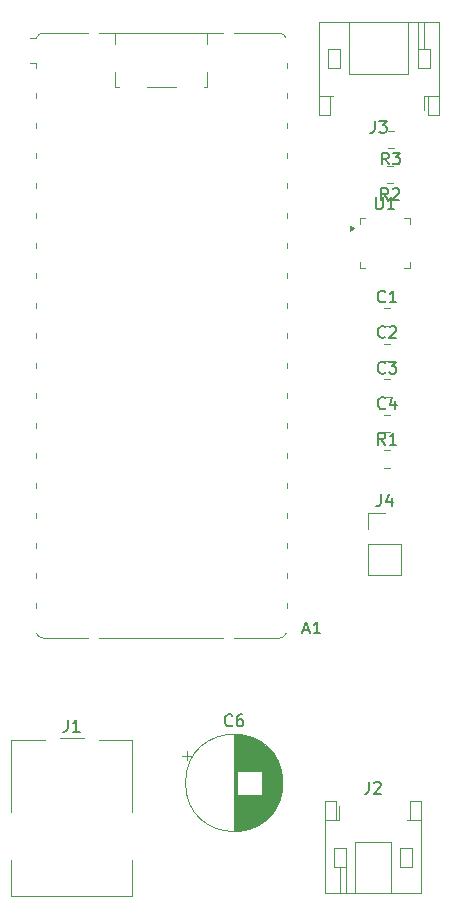
<source format=gbr>
%TF.GenerationSoftware,KiCad,Pcbnew,9.0.6-9.0.6~ubuntu22.04.1*%
%TF.CreationDate,2025-11-25T00:54:21+02:00*%
%TF.ProjectId,pico,7069636f-2e6b-4696-9361-645f70636258,1*%
%TF.SameCoordinates,Original*%
%TF.FileFunction,Legend,Top*%
%TF.FilePolarity,Positive*%
%FSLAX46Y46*%
G04 Gerber Fmt 4.6, Leading zero omitted, Abs format (unit mm)*
G04 Created by KiCad (PCBNEW 9.0.6-9.0.6~ubuntu22.04.1) date 2025-11-25 00:54:21*
%MOMM*%
%LPD*%
G01*
G04 APERTURE LIST*
%ADD10C,0.150000*%
%ADD11C,0.120000*%
G04 APERTURE END LIST*
D10*
X121083333Y-110109580D02*
X121035714Y-110157200D01*
X121035714Y-110157200D02*
X120892857Y-110204819D01*
X120892857Y-110204819D02*
X120797619Y-110204819D01*
X120797619Y-110204819D02*
X120654762Y-110157200D01*
X120654762Y-110157200D02*
X120559524Y-110061961D01*
X120559524Y-110061961D02*
X120511905Y-109966723D01*
X120511905Y-109966723D02*
X120464286Y-109776247D01*
X120464286Y-109776247D02*
X120464286Y-109633390D01*
X120464286Y-109633390D02*
X120511905Y-109442914D01*
X120511905Y-109442914D02*
X120559524Y-109347676D01*
X120559524Y-109347676D02*
X120654762Y-109252438D01*
X120654762Y-109252438D02*
X120797619Y-109204819D01*
X120797619Y-109204819D02*
X120892857Y-109204819D01*
X120892857Y-109204819D02*
X121035714Y-109252438D01*
X121035714Y-109252438D02*
X121083333Y-109300057D01*
X121940476Y-109204819D02*
X121750000Y-109204819D01*
X121750000Y-109204819D02*
X121654762Y-109252438D01*
X121654762Y-109252438D02*
X121607143Y-109300057D01*
X121607143Y-109300057D02*
X121511905Y-109442914D01*
X121511905Y-109442914D02*
X121464286Y-109633390D01*
X121464286Y-109633390D02*
X121464286Y-110014342D01*
X121464286Y-110014342D02*
X121511905Y-110109580D01*
X121511905Y-110109580D02*
X121559524Y-110157200D01*
X121559524Y-110157200D02*
X121654762Y-110204819D01*
X121654762Y-110204819D02*
X121845238Y-110204819D01*
X121845238Y-110204819D02*
X121940476Y-110157200D01*
X121940476Y-110157200D02*
X121988095Y-110109580D01*
X121988095Y-110109580D02*
X122035714Y-110014342D01*
X122035714Y-110014342D02*
X122035714Y-109776247D01*
X122035714Y-109776247D02*
X121988095Y-109681009D01*
X121988095Y-109681009D02*
X121940476Y-109633390D01*
X121940476Y-109633390D02*
X121845238Y-109585771D01*
X121845238Y-109585771D02*
X121654762Y-109585771D01*
X121654762Y-109585771D02*
X121559524Y-109633390D01*
X121559524Y-109633390D02*
X121511905Y-109681009D01*
X121511905Y-109681009D02*
X121464286Y-109776247D01*
X133666666Y-90574819D02*
X133666666Y-91289104D01*
X133666666Y-91289104D02*
X133619047Y-91431961D01*
X133619047Y-91431961D02*
X133523809Y-91527200D01*
X133523809Y-91527200D02*
X133380952Y-91574819D01*
X133380952Y-91574819D02*
X133285714Y-91574819D01*
X134571428Y-90908152D02*
X134571428Y-91574819D01*
X134333333Y-90527200D02*
X134095238Y-91241485D01*
X134095238Y-91241485D02*
X134714285Y-91241485D01*
X134333333Y-62634819D02*
X134000000Y-62158628D01*
X133761905Y-62634819D02*
X133761905Y-61634819D01*
X133761905Y-61634819D02*
X134142857Y-61634819D01*
X134142857Y-61634819D02*
X134238095Y-61682438D01*
X134238095Y-61682438D02*
X134285714Y-61730057D01*
X134285714Y-61730057D02*
X134333333Y-61825295D01*
X134333333Y-61825295D02*
X134333333Y-61968152D01*
X134333333Y-61968152D02*
X134285714Y-62063390D01*
X134285714Y-62063390D02*
X134238095Y-62111009D01*
X134238095Y-62111009D02*
X134142857Y-62158628D01*
X134142857Y-62158628D02*
X133761905Y-62158628D01*
X134666667Y-61634819D02*
X135285714Y-61634819D01*
X135285714Y-61634819D02*
X134952381Y-62015771D01*
X134952381Y-62015771D02*
X135095238Y-62015771D01*
X135095238Y-62015771D02*
X135190476Y-62063390D01*
X135190476Y-62063390D02*
X135238095Y-62111009D01*
X135238095Y-62111009D02*
X135285714Y-62206247D01*
X135285714Y-62206247D02*
X135285714Y-62444342D01*
X135285714Y-62444342D02*
X135238095Y-62539580D01*
X135238095Y-62539580D02*
X135190476Y-62587200D01*
X135190476Y-62587200D02*
X135095238Y-62634819D01*
X135095238Y-62634819D02*
X134809524Y-62634819D01*
X134809524Y-62634819D02*
X134714286Y-62587200D01*
X134714286Y-62587200D02*
X134666667Y-62539580D01*
X134283333Y-65634819D02*
X133950000Y-65158628D01*
X133711905Y-65634819D02*
X133711905Y-64634819D01*
X133711905Y-64634819D02*
X134092857Y-64634819D01*
X134092857Y-64634819D02*
X134188095Y-64682438D01*
X134188095Y-64682438D02*
X134235714Y-64730057D01*
X134235714Y-64730057D02*
X134283333Y-64825295D01*
X134283333Y-64825295D02*
X134283333Y-64968152D01*
X134283333Y-64968152D02*
X134235714Y-65063390D01*
X134235714Y-65063390D02*
X134188095Y-65111009D01*
X134188095Y-65111009D02*
X134092857Y-65158628D01*
X134092857Y-65158628D02*
X133711905Y-65158628D01*
X134664286Y-64730057D02*
X134711905Y-64682438D01*
X134711905Y-64682438D02*
X134807143Y-64634819D01*
X134807143Y-64634819D02*
X135045238Y-64634819D01*
X135045238Y-64634819D02*
X135140476Y-64682438D01*
X135140476Y-64682438D02*
X135188095Y-64730057D01*
X135188095Y-64730057D02*
X135235714Y-64825295D01*
X135235714Y-64825295D02*
X135235714Y-64920533D01*
X135235714Y-64920533D02*
X135188095Y-65063390D01*
X135188095Y-65063390D02*
X134616667Y-65634819D01*
X134616667Y-65634819D02*
X135235714Y-65634819D01*
X133166666Y-58954819D02*
X133166666Y-59669104D01*
X133166666Y-59669104D02*
X133119047Y-59811961D01*
X133119047Y-59811961D02*
X133023809Y-59907200D01*
X133023809Y-59907200D02*
X132880952Y-59954819D01*
X132880952Y-59954819D02*
X132785714Y-59954819D01*
X133547619Y-58954819D02*
X134166666Y-58954819D01*
X134166666Y-58954819D02*
X133833333Y-59335771D01*
X133833333Y-59335771D02*
X133976190Y-59335771D01*
X133976190Y-59335771D02*
X134071428Y-59383390D01*
X134071428Y-59383390D02*
X134119047Y-59431009D01*
X134119047Y-59431009D02*
X134166666Y-59526247D01*
X134166666Y-59526247D02*
X134166666Y-59764342D01*
X134166666Y-59764342D02*
X134119047Y-59859580D01*
X134119047Y-59859580D02*
X134071428Y-59907200D01*
X134071428Y-59907200D02*
X133976190Y-59954819D01*
X133976190Y-59954819D02*
X133690476Y-59954819D01*
X133690476Y-59954819D02*
X133595238Y-59907200D01*
X133595238Y-59907200D02*
X133547619Y-59859580D01*
X132666666Y-114904819D02*
X132666666Y-115619104D01*
X132666666Y-115619104D02*
X132619047Y-115761961D01*
X132619047Y-115761961D02*
X132523809Y-115857200D01*
X132523809Y-115857200D02*
X132380952Y-115904819D01*
X132380952Y-115904819D02*
X132285714Y-115904819D01*
X133095238Y-115000057D02*
X133142857Y-114952438D01*
X133142857Y-114952438D02*
X133238095Y-114904819D01*
X133238095Y-114904819D02*
X133476190Y-114904819D01*
X133476190Y-114904819D02*
X133571428Y-114952438D01*
X133571428Y-114952438D02*
X133619047Y-115000057D01*
X133619047Y-115000057D02*
X133666666Y-115095295D01*
X133666666Y-115095295D02*
X133666666Y-115190533D01*
X133666666Y-115190533D02*
X133619047Y-115333390D01*
X133619047Y-115333390D02*
X133047619Y-115904819D01*
X133047619Y-115904819D02*
X133666666Y-115904819D01*
X127111660Y-102064104D02*
X127587850Y-102064104D01*
X127016422Y-102349819D02*
X127349755Y-101349819D01*
X127349755Y-101349819D02*
X127683088Y-102349819D01*
X128540231Y-102349819D02*
X127968803Y-102349819D01*
X128254517Y-102349819D02*
X128254517Y-101349819D01*
X128254517Y-101349819D02*
X128159279Y-101492676D01*
X128159279Y-101492676D02*
X128064041Y-101587914D01*
X128064041Y-101587914D02*
X127968803Y-101635533D01*
X134033333Y-86362319D02*
X133700000Y-85886128D01*
X133461905Y-86362319D02*
X133461905Y-85362319D01*
X133461905Y-85362319D02*
X133842857Y-85362319D01*
X133842857Y-85362319D02*
X133938095Y-85409938D01*
X133938095Y-85409938D02*
X133985714Y-85457557D01*
X133985714Y-85457557D02*
X134033333Y-85552795D01*
X134033333Y-85552795D02*
X134033333Y-85695652D01*
X134033333Y-85695652D02*
X133985714Y-85790890D01*
X133985714Y-85790890D02*
X133938095Y-85838509D01*
X133938095Y-85838509D02*
X133842857Y-85886128D01*
X133842857Y-85886128D02*
X133461905Y-85886128D01*
X134985714Y-86362319D02*
X134414286Y-86362319D01*
X134700000Y-86362319D02*
X134700000Y-85362319D01*
X134700000Y-85362319D02*
X134604762Y-85505176D01*
X134604762Y-85505176D02*
X134509524Y-85600414D01*
X134509524Y-85600414D02*
X134414286Y-85648033D01*
X134033333Y-77237080D02*
X133985714Y-77284700D01*
X133985714Y-77284700D02*
X133842857Y-77332319D01*
X133842857Y-77332319D02*
X133747619Y-77332319D01*
X133747619Y-77332319D02*
X133604762Y-77284700D01*
X133604762Y-77284700D02*
X133509524Y-77189461D01*
X133509524Y-77189461D02*
X133461905Y-77094223D01*
X133461905Y-77094223D02*
X133414286Y-76903747D01*
X133414286Y-76903747D02*
X133414286Y-76760890D01*
X133414286Y-76760890D02*
X133461905Y-76570414D01*
X133461905Y-76570414D02*
X133509524Y-76475176D01*
X133509524Y-76475176D02*
X133604762Y-76379938D01*
X133604762Y-76379938D02*
X133747619Y-76332319D01*
X133747619Y-76332319D02*
X133842857Y-76332319D01*
X133842857Y-76332319D02*
X133985714Y-76379938D01*
X133985714Y-76379938D02*
X134033333Y-76427557D01*
X134414286Y-76427557D02*
X134461905Y-76379938D01*
X134461905Y-76379938D02*
X134557143Y-76332319D01*
X134557143Y-76332319D02*
X134795238Y-76332319D01*
X134795238Y-76332319D02*
X134890476Y-76379938D01*
X134890476Y-76379938D02*
X134938095Y-76427557D01*
X134938095Y-76427557D02*
X134985714Y-76522795D01*
X134985714Y-76522795D02*
X134985714Y-76618033D01*
X134985714Y-76618033D02*
X134938095Y-76760890D01*
X134938095Y-76760890D02*
X134366667Y-77332319D01*
X134366667Y-77332319D02*
X134985714Y-77332319D01*
X134033333Y-83257080D02*
X133985714Y-83304700D01*
X133985714Y-83304700D02*
X133842857Y-83352319D01*
X133842857Y-83352319D02*
X133747619Y-83352319D01*
X133747619Y-83352319D02*
X133604762Y-83304700D01*
X133604762Y-83304700D02*
X133509524Y-83209461D01*
X133509524Y-83209461D02*
X133461905Y-83114223D01*
X133461905Y-83114223D02*
X133414286Y-82923747D01*
X133414286Y-82923747D02*
X133414286Y-82780890D01*
X133414286Y-82780890D02*
X133461905Y-82590414D01*
X133461905Y-82590414D02*
X133509524Y-82495176D01*
X133509524Y-82495176D02*
X133604762Y-82399938D01*
X133604762Y-82399938D02*
X133747619Y-82352319D01*
X133747619Y-82352319D02*
X133842857Y-82352319D01*
X133842857Y-82352319D02*
X133985714Y-82399938D01*
X133985714Y-82399938D02*
X134033333Y-82447557D01*
X134890476Y-82685652D02*
X134890476Y-83352319D01*
X134652381Y-82304700D02*
X134414286Y-83018985D01*
X134414286Y-83018985D02*
X135033333Y-83018985D01*
X133238095Y-65424819D02*
X133238095Y-66234342D01*
X133238095Y-66234342D02*
X133285714Y-66329580D01*
X133285714Y-66329580D02*
X133333333Y-66377200D01*
X133333333Y-66377200D02*
X133428571Y-66424819D01*
X133428571Y-66424819D02*
X133619047Y-66424819D01*
X133619047Y-66424819D02*
X133714285Y-66377200D01*
X133714285Y-66377200D02*
X133761904Y-66329580D01*
X133761904Y-66329580D02*
X133809523Y-66234342D01*
X133809523Y-66234342D02*
X133809523Y-65424819D01*
X134809523Y-66424819D02*
X134238095Y-66424819D01*
X134523809Y-66424819D02*
X134523809Y-65424819D01*
X134523809Y-65424819D02*
X134428571Y-65567676D01*
X134428571Y-65567676D02*
X134333333Y-65662914D01*
X134333333Y-65662914D02*
X134238095Y-65710533D01*
X134033333Y-74227080D02*
X133985714Y-74274700D01*
X133985714Y-74274700D02*
X133842857Y-74322319D01*
X133842857Y-74322319D02*
X133747619Y-74322319D01*
X133747619Y-74322319D02*
X133604762Y-74274700D01*
X133604762Y-74274700D02*
X133509524Y-74179461D01*
X133509524Y-74179461D02*
X133461905Y-74084223D01*
X133461905Y-74084223D02*
X133414286Y-73893747D01*
X133414286Y-73893747D02*
X133414286Y-73750890D01*
X133414286Y-73750890D02*
X133461905Y-73560414D01*
X133461905Y-73560414D02*
X133509524Y-73465176D01*
X133509524Y-73465176D02*
X133604762Y-73369938D01*
X133604762Y-73369938D02*
X133747619Y-73322319D01*
X133747619Y-73322319D02*
X133842857Y-73322319D01*
X133842857Y-73322319D02*
X133985714Y-73369938D01*
X133985714Y-73369938D02*
X134033333Y-73417557D01*
X134985714Y-74322319D02*
X134414286Y-74322319D01*
X134700000Y-74322319D02*
X134700000Y-73322319D01*
X134700000Y-73322319D02*
X134604762Y-73465176D01*
X134604762Y-73465176D02*
X134509524Y-73560414D01*
X134509524Y-73560414D02*
X134414286Y-73608033D01*
X134033333Y-80247080D02*
X133985714Y-80294700D01*
X133985714Y-80294700D02*
X133842857Y-80342319D01*
X133842857Y-80342319D02*
X133747619Y-80342319D01*
X133747619Y-80342319D02*
X133604762Y-80294700D01*
X133604762Y-80294700D02*
X133509524Y-80199461D01*
X133509524Y-80199461D02*
X133461905Y-80104223D01*
X133461905Y-80104223D02*
X133414286Y-79913747D01*
X133414286Y-79913747D02*
X133414286Y-79770890D01*
X133414286Y-79770890D02*
X133461905Y-79580414D01*
X133461905Y-79580414D02*
X133509524Y-79485176D01*
X133509524Y-79485176D02*
X133604762Y-79389938D01*
X133604762Y-79389938D02*
X133747619Y-79342319D01*
X133747619Y-79342319D02*
X133842857Y-79342319D01*
X133842857Y-79342319D02*
X133985714Y-79389938D01*
X133985714Y-79389938D02*
X134033333Y-79437557D01*
X134366667Y-79342319D02*
X134985714Y-79342319D01*
X134985714Y-79342319D02*
X134652381Y-79723271D01*
X134652381Y-79723271D02*
X134795238Y-79723271D01*
X134795238Y-79723271D02*
X134890476Y-79770890D01*
X134890476Y-79770890D02*
X134938095Y-79818509D01*
X134938095Y-79818509D02*
X134985714Y-79913747D01*
X134985714Y-79913747D02*
X134985714Y-80151842D01*
X134985714Y-80151842D02*
X134938095Y-80247080D01*
X134938095Y-80247080D02*
X134890476Y-80294700D01*
X134890476Y-80294700D02*
X134795238Y-80342319D01*
X134795238Y-80342319D02*
X134509524Y-80342319D01*
X134509524Y-80342319D02*
X134414286Y-80294700D01*
X134414286Y-80294700D02*
X134366667Y-80247080D01*
X107166666Y-109654819D02*
X107166666Y-110369104D01*
X107166666Y-110369104D02*
X107119047Y-110511961D01*
X107119047Y-110511961D02*
X107023809Y-110607200D01*
X107023809Y-110607200D02*
X106880952Y-110654819D01*
X106880952Y-110654819D02*
X106785714Y-110654819D01*
X108166666Y-110654819D02*
X107595238Y-110654819D01*
X107880952Y-110654819D02*
X107880952Y-109654819D01*
X107880952Y-109654819D02*
X107785714Y-109797676D01*
X107785714Y-109797676D02*
X107690476Y-109892914D01*
X107690476Y-109892914D02*
X107595238Y-109940533D01*
D11*
%TO.C,C6*%
X116840302Y-112685000D02*
X117640302Y-112685000D01*
X117240302Y-112285000D02*
X117240302Y-113085000D01*
X121250000Y-110920000D02*
X121250000Y-119080000D01*
X121290000Y-110920000D02*
X121290000Y-119080000D01*
X121330000Y-110921000D02*
X121330000Y-119079000D01*
X121370000Y-110922000D02*
X121370000Y-119078000D01*
X121410000Y-110923000D02*
X121410000Y-119077000D01*
X121450000Y-110925000D02*
X121450000Y-119075000D01*
X121490000Y-110927000D02*
X121490000Y-113960000D01*
X121490000Y-116040000D02*
X121490000Y-119073000D01*
X121530000Y-110930000D02*
X121530000Y-113960000D01*
X121530000Y-116040000D02*
X121530000Y-119070000D01*
X121570000Y-110932000D02*
X121570000Y-113960000D01*
X121570000Y-116040000D02*
X121570000Y-119068000D01*
X121610000Y-110936000D02*
X121610000Y-113960000D01*
X121610000Y-116040000D02*
X121610000Y-119064000D01*
X121650000Y-110939000D02*
X121650000Y-113960000D01*
X121650000Y-116040000D02*
X121650000Y-119061000D01*
X121690000Y-110944000D02*
X121690000Y-113960000D01*
X121690000Y-116040000D02*
X121690000Y-119056000D01*
X121730000Y-110948000D02*
X121730000Y-113960000D01*
X121730000Y-116040000D02*
X121730000Y-119052000D01*
X121770000Y-110953000D02*
X121770000Y-113960000D01*
X121770000Y-116040000D02*
X121770000Y-119047000D01*
X121810000Y-110958000D02*
X121810000Y-113960000D01*
X121810000Y-116040000D02*
X121810000Y-119042000D01*
X121850000Y-110964000D02*
X121850000Y-113960000D01*
X121850000Y-116040000D02*
X121850000Y-119036000D01*
X121890000Y-110970000D02*
X121890000Y-113960000D01*
X121890000Y-116040000D02*
X121890000Y-119030000D01*
X121930000Y-110977000D02*
X121930000Y-113960000D01*
X121930000Y-116040000D02*
X121930000Y-119023000D01*
X121970000Y-110983000D02*
X121970000Y-113960000D01*
X121970000Y-116040000D02*
X121970000Y-119017000D01*
X122010000Y-110991000D02*
X122010000Y-113960000D01*
X122010000Y-116040000D02*
X122010000Y-119009000D01*
X122050000Y-110998000D02*
X122050000Y-113960000D01*
X122050000Y-116040000D02*
X122050000Y-119002000D01*
X122090000Y-111007000D02*
X122090000Y-113960000D01*
X122090000Y-116040000D02*
X122090000Y-118993000D01*
X122130000Y-111015000D02*
X122130000Y-113960000D01*
X122130000Y-116040000D02*
X122130000Y-118985000D01*
X122170000Y-111024000D02*
X122170000Y-113960000D01*
X122170000Y-116040000D02*
X122170000Y-118976000D01*
X122210000Y-111033000D02*
X122210000Y-113960000D01*
X122210000Y-116040000D02*
X122210000Y-118967000D01*
X122250000Y-111043000D02*
X122250000Y-113960000D01*
X122250000Y-116040000D02*
X122250000Y-118957000D01*
X122290000Y-111053000D02*
X122290000Y-113960000D01*
X122290000Y-116040000D02*
X122290000Y-118947000D01*
X122330000Y-111064000D02*
X122330000Y-113960000D01*
X122330000Y-116040000D02*
X122330000Y-118936000D01*
X122370000Y-111075000D02*
X122370000Y-113960000D01*
X122370000Y-116040000D02*
X122370000Y-118925000D01*
X122410000Y-111087000D02*
X122410000Y-113960000D01*
X122410000Y-116040000D02*
X122410000Y-118913000D01*
X122450000Y-111099000D02*
X122450000Y-113960000D01*
X122450000Y-116040000D02*
X122450000Y-118901000D01*
X122490000Y-111111000D02*
X122490000Y-113960000D01*
X122490000Y-116040000D02*
X122490000Y-118889000D01*
X122530000Y-111124000D02*
X122530000Y-113960000D01*
X122530000Y-116040000D02*
X122530000Y-118876000D01*
X122570000Y-111137000D02*
X122570000Y-113960000D01*
X122570000Y-116040000D02*
X122570000Y-118863000D01*
X122610000Y-111151000D02*
X122610000Y-113960000D01*
X122610000Y-116040000D02*
X122610000Y-118849000D01*
X122650000Y-111165000D02*
X122650000Y-113960000D01*
X122650000Y-116040000D02*
X122650000Y-118835000D01*
X122690000Y-111180000D02*
X122690000Y-113960000D01*
X122690000Y-116040000D02*
X122690000Y-118820000D01*
X122730000Y-111195000D02*
X122730000Y-113960000D01*
X122730000Y-116040000D02*
X122730000Y-118805000D01*
X122770000Y-111211000D02*
X122770000Y-113960000D01*
X122770000Y-116040000D02*
X122770000Y-118789000D01*
X122810000Y-111227000D02*
X122810000Y-113960000D01*
X122810000Y-116040000D02*
X122810000Y-118773000D01*
X122850000Y-111243000D02*
X122850000Y-113960000D01*
X122850000Y-116040000D02*
X122850000Y-118757000D01*
X122890000Y-111260000D02*
X122890000Y-113960000D01*
X122890000Y-116040000D02*
X122890000Y-118740000D01*
X122930000Y-111278000D02*
X122930000Y-113960000D01*
X122930000Y-116040000D02*
X122930000Y-118722000D01*
X122970000Y-111296000D02*
X122970000Y-113960000D01*
X122970000Y-116040000D02*
X122970000Y-118704000D01*
X123010000Y-111315000D02*
X123010000Y-113960000D01*
X123010000Y-116040000D02*
X123010000Y-118685000D01*
X123050000Y-111334000D02*
X123050000Y-113960000D01*
X123050000Y-116040000D02*
X123050000Y-118666000D01*
X123090000Y-111354000D02*
X123090000Y-113960000D01*
X123090000Y-116040000D02*
X123090000Y-118646000D01*
X123130000Y-111374000D02*
X123130000Y-113960000D01*
X123130000Y-116040000D02*
X123130000Y-118626000D01*
X123170000Y-111395000D02*
X123170000Y-113960000D01*
X123170000Y-116040000D02*
X123170000Y-118605000D01*
X123210000Y-111416000D02*
X123210000Y-113960000D01*
X123210000Y-116040000D02*
X123210000Y-118584000D01*
X123250000Y-111438000D02*
X123250000Y-113960000D01*
X123250000Y-116040000D02*
X123250000Y-118562000D01*
X123290000Y-111461000D02*
X123290000Y-113960000D01*
X123290000Y-116040000D02*
X123290000Y-118539000D01*
X123330000Y-111484000D02*
X123330000Y-113960000D01*
X123330000Y-116040000D02*
X123330000Y-118516000D01*
X123370000Y-111507000D02*
X123370000Y-113960000D01*
X123370000Y-116040000D02*
X123370000Y-118493000D01*
X123410000Y-111532000D02*
X123410000Y-113960000D01*
X123410000Y-116040000D02*
X123410000Y-118468000D01*
X123450000Y-111557000D02*
X123450000Y-113960000D01*
X123450000Y-116040000D02*
X123450000Y-118443000D01*
X123490000Y-111582000D02*
X123490000Y-113960000D01*
X123490000Y-116040000D02*
X123490000Y-118418000D01*
X123530000Y-111608000D02*
X123530000Y-113960000D01*
X123530000Y-116040000D02*
X123530000Y-118392000D01*
X123570000Y-111635000D02*
X123570000Y-118365000D01*
X123610000Y-111663000D02*
X123610000Y-118337000D01*
X123650000Y-111691000D02*
X123650000Y-118309000D01*
X123690000Y-111720000D02*
X123690000Y-118280000D01*
X123730000Y-111750000D02*
X123730000Y-118250000D01*
X123770000Y-111781000D02*
X123770000Y-118219000D01*
X123810000Y-111812000D02*
X123810000Y-118188000D01*
X123850000Y-111844000D02*
X123850000Y-118156000D01*
X123890000Y-111877000D02*
X123890000Y-118123000D01*
X123930000Y-111911000D02*
X123930000Y-118089000D01*
X123970000Y-111945000D02*
X123970000Y-118055000D01*
X124010000Y-111981000D02*
X124010000Y-118019000D01*
X124050000Y-112018000D02*
X124050000Y-117982000D01*
X124090000Y-112055000D02*
X124090000Y-117945000D01*
X124130000Y-112094000D02*
X124130000Y-117906000D01*
X124170000Y-112133000D02*
X124170000Y-117867000D01*
X124210000Y-112174000D02*
X124210000Y-117826000D01*
X124250000Y-112216000D02*
X124250000Y-117784000D01*
X124290000Y-112259000D02*
X124290000Y-117741000D01*
X124330000Y-112304000D02*
X124330000Y-117696000D01*
X124370000Y-112349000D02*
X124370000Y-117651000D01*
X124410000Y-112396000D02*
X124410000Y-117604000D01*
X124450000Y-112445000D02*
X124450000Y-117555000D01*
X124490000Y-112495000D02*
X124490000Y-117505000D01*
X124530000Y-112547000D02*
X124530000Y-117453000D01*
X124570000Y-112600000D02*
X124570000Y-117400000D01*
X124610000Y-112656000D02*
X124610000Y-117344000D01*
X124650000Y-112713000D02*
X124650000Y-117287000D01*
X124690000Y-112773000D02*
X124690000Y-117227000D01*
X124730000Y-112835000D02*
X124730000Y-117165000D01*
X124770000Y-112899000D02*
X124770000Y-117101000D01*
X124810000Y-112966000D02*
X124810000Y-117034000D01*
X124850000Y-113036000D02*
X124850000Y-116964000D01*
X124890000Y-113110000D02*
X124890000Y-116890000D01*
X124930000Y-113187000D02*
X124930000Y-116813000D01*
X124970000Y-113269000D02*
X124970000Y-116731000D01*
X125010000Y-113356000D02*
X125010000Y-116644000D01*
X125050000Y-113448000D02*
X125050000Y-116552000D01*
X125090000Y-113547000D02*
X125090000Y-116453000D01*
X125130000Y-113654000D02*
X125130000Y-116346000D01*
X125170000Y-113772000D02*
X125170000Y-116228000D01*
X125210000Y-113903000D02*
X125210000Y-116097000D01*
X125250000Y-114053000D02*
X125250000Y-115947000D01*
X125290000Y-114232000D02*
X125290000Y-115768000D01*
X125330000Y-114467000D02*
X125330000Y-115533000D01*
X125370000Y-115000000D02*
G75*
G02*
X117130000Y-115000000I-4120000J0D01*
G01*
X117130000Y-115000000D02*
G75*
G02*
X125370000Y-115000000I4120000J0D01*
G01*
%TO.C,J4*%
X135380000Y-94770000D02*
X135380000Y-97420000D01*
X132620000Y-97420000D02*
X135380000Y-97420000D01*
X132620000Y-94770000D02*
X135380000Y-94770000D01*
X132620000Y-94770000D02*
X132620000Y-97420000D01*
X132620000Y-93500000D02*
X132620000Y-92120000D01*
X132620000Y-92120000D02*
X134000000Y-92120000D01*
%TO.C,R3*%
X134761252Y-61235000D02*
X134238748Y-61235000D01*
X134761252Y-59765000D02*
X134238748Y-59765000D01*
%TO.C,R2*%
X134711252Y-64235000D02*
X134188748Y-64235000D01*
X134711252Y-62765000D02*
X134188748Y-62765000D01*
%TO.C,J3*%
X138560000Y-58410000D02*
X138560000Y-50590000D01*
X138560000Y-56810000D02*
X137640000Y-56810000D01*
X138560000Y-50590000D02*
X128440000Y-50590000D01*
X137800000Y-54450000D02*
X137800000Y-52850000D01*
X137800000Y-52850000D02*
X136800000Y-52850000D01*
X137640000Y-58410000D02*
X138560000Y-58410000D01*
X137640000Y-56810000D02*
X137640000Y-58410000D01*
X137360000Y-56810000D02*
X137640000Y-56810000D01*
X137360000Y-56810000D02*
X137360000Y-58025000D01*
X137300000Y-52850000D02*
X137300000Y-50590000D01*
X136800000Y-54450000D02*
X137800000Y-54450000D01*
X136800000Y-52850000D02*
X136800000Y-54450000D01*
X136800000Y-52850000D02*
X136800000Y-50590000D01*
X136000000Y-54950000D02*
X131000000Y-54950000D01*
X136000000Y-50590000D02*
X136000000Y-54950000D01*
X131000000Y-54950000D02*
X131000000Y-50590000D01*
X130200000Y-54450000D02*
X129200000Y-54450000D01*
X130200000Y-52850000D02*
X130200000Y-54450000D01*
X129360000Y-58410000D02*
X129360000Y-56810000D01*
X129360000Y-56810000D02*
X129640000Y-56810000D01*
X129200000Y-54450000D02*
X129200000Y-52850000D01*
X129200000Y-52850000D02*
X130200000Y-52850000D01*
X128440000Y-58410000D02*
X129360000Y-58410000D01*
X128440000Y-56810000D02*
X129360000Y-56810000D01*
X128440000Y-50590000D02*
X128440000Y-58410000D01*
%TO.C,J2*%
X128940000Y-116540000D02*
X128940000Y-124360000D01*
X128940000Y-118140000D02*
X129860000Y-118140000D01*
X128940000Y-124360000D02*
X137060000Y-124360000D01*
X129700000Y-120500000D02*
X129700000Y-122100000D01*
X129700000Y-122100000D02*
X130700000Y-122100000D01*
X129860000Y-116540000D02*
X128940000Y-116540000D01*
X129860000Y-118140000D02*
X129860000Y-116540000D01*
X130140000Y-118140000D02*
X129860000Y-118140000D01*
X130140000Y-118140000D02*
X130140000Y-116925000D01*
X130200000Y-122100000D02*
X130200000Y-124360000D01*
X130700000Y-120500000D02*
X129700000Y-120500000D01*
X130700000Y-122100000D02*
X130700000Y-120500000D01*
X130700000Y-122100000D02*
X130700000Y-124360000D01*
X131500000Y-120000000D02*
X134500000Y-120000000D01*
X131500000Y-124360000D02*
X131500000Y-120000000D01*
X134500000Y-120000000D02*
X134500000Y-124360000D01*
X135300000Y-120500000D02*
X136300000Y-120500000D01*
X135300000Y-122100000D02*
X135300000Y-120500000D01*
X136140000Y-116540000D02*
X136140000Y-118140000D01*
X136140000Y-118140000D02*
X135860000Y-118140000D01*
X136300000Y-120500000D02*
X136300000Y-122100000D01*
X136300000Y-122100000D02*
X135300000Y-122100000D01*
X137060000Y-116540000D02*
X136140000Y-116540000D01*
X137060000Y-118140000D02*
X136140000Y-118140000D01*
X137060000Y-124360000D02*
X137060000Y-116540000D01*
%TO.C,A1*%
X104465000Y-54060000D02*
X103985000Y-54060000D01*
X104465000Y-54060000D02*
X104465000Y-54480000D01*
X104465000Y-56600000D02*
X104465000Y-57020000D01*
X104465000Y-59140000D02*
X104465000Y-59560000D01*
X104465000Y-61680000D02*
X104465000Y-62100000D01*
X104465000Y-64220000D02*
X104465000Y-64640000D01*
X104465000Y-66760000D02*
X104465000Y-67180000D01*
X104465000Y-69300000D02*
X104465000Y-69720000D01*
X104465000Y-71840000D02*
X104465000Y-72260000D01*
X104465000Y-74380000D02*
X104465000Y-74800000D01*
X104465000Y-76920000D02*
X104465000Y-77340000D01*
X104465000Y-79460000D02*
X104465000Y-79880000D01*
X104465000Y-82000000D02*
X104465000Y-82420000D01*
X104465000Y-84540000D02*
X104465000Y-84960000D01*
X104465000Y-87080000D02*
X104465000Y-87500000D01*
X104465000Y-89620000D02*
X104465000Y-90040000D01*
X104465000Y-92160000D02*
X104465000Y-92580000D01*
X104465000Y-94700000D02*
X104465000Y-95120000D01*
X104465000Y-97240000D02*
X104465000Y-97660000D01*
X104465000Y-99780000D02*
X104465000Y-100200000D01*
X104495324Y-51940000D02*
X103985000Y-51940000D01*
X105075000Y-51520000D02*
X107565000Y-51520000D01*
X105075000Y-102740000D02*
X108912939Y-102740000D01*
X107565000Y-51520000D02*
X108912940Y-51520000D01*
X109837061Y-51520000D02*
X110840000Y-51520000D01*
X110840000Y-51520000D02*
X119310000Y-51520000D01*
X111175000Y-51520000D02*
X111175000Y-52436000D01*
X111175000Y-54824000D02*
X111175000Y-56040000D01*
X111175000Y-56040000D02*
X111471090Y-56040000D01*
X111475000Y-102740000D02*
X109837061Y-102740000D01*
X113828910Y-56040000D02*
X116321090Y-56040000D01*
X118675000Y-102740000D02*
X111475000Y-102740000D01*
X118678910Y-56040000D02*
X118975000Y-56040000D01*
X118975000Y-51520000D02*
X118975000Y-52436000D01*
X118975000Y-54824000D02*
X118975000Y-56040000D01*
X119310000Y-51520000D02*
X120312939Y-51520000D01*
X120312939Y-102740000D02*
X118675000Y-102740000D01*
X121237061Y-51520000D02*
X122585000Y-51520000D01*
X121237061Y-102740000D02*
X125075000Y-102740000D01*
X125075000Y-51520000D02*
X122585000Y-51520000D01*
X125685000Y-54060000D02*
X125685000Y-54480000D01*
X125685000Y-56600000D02*
X125685000Y-57020000D01*
X125685000Y-59140000D02*
X125685000Y-59560000D01*
X125685000Y-61680000D02*
X125685000Y-62100000D01*
X125685000Y-64220000D02*
X125685000Y-64640000D01*
X125685000Y-66760000D02*
X125685000Y-67180000D01*
X125685000Y-69300000D02*
X125685000Y-69720000D01*
X125685000Y-71840000D02*
X125685000Y-72260000D01*
X125685000Y-74380000D02*
X125685000Y-74800000D01*
X125685000Y-76920000D02*
X125685000Y-77340000D01*
X125685000Y-79460000D02*
X125685000Y-79880000D01*
X125685000Y-82000000D02*
X125685000Y-82420000D01*
X125685000Y-84540000D02*
X125685000Y-84960000D01*
X125685000Y-87080000D02*
X125685000Y-87500000D01*
X125685000Y-89620000D02*
X125685000Y-90040000D01*
X125685000Y-92160000D02*
X125685000Y-92580000D01*
X125685000Y-94700000D02*
X125685000Y-95120000D01*
X125685000Y-97240000D02*
X125685000Y-97660000D01*
X125685000Y-99780000D02*
X125685000Y-100200000D01*
X104495324Y-51940000D02*
G75*
G02*
X105075000Y-51520000I579692J-190051D01*
G01*
X105075000Y-102740000D02*
G75*
G02*
X104495324Y-102319937I1J610002D01*
G01*
X125075000Y-51520000D02*
G75*
G02*
X125654676Y-51940063I0J-610000D01*
G01*
X125654676Y-102319937D02*
G75*
G02*
X125075000Y-102740069I-579676J189837D01*
G01*
%TO.C,R1*%
X133938748Y-86852500D02*
X134461252Y-86852500D01*
X133938748Y-88322500D02*
X134461252Y-88322500D01*
%TO.C,C2*%
X133938748Y-77822500D02*
X134461252Y-77822500D01*
X133938748Y-79292500D02*
X134461252Y-79292500D01*
%TO.C,C4*%
X133938748Y-83842500D02*
X134461252Y-83842500D01*
X133938748Y-85312500D02*
X134461252Y-85312500D01*
%TO.C,U1*%
X131890000Y-67190000D02*
X132365000Y-67190000D01*
X131890000Y-67665000D02*
X131890000Y-67190000D01*
X131890000Y-71410000D02*
X131890000Y-70935000D01*
X132365000Y-71410000D02*
X131890000Y-71410000D01*
X135635000Y-67190000D02*
X136110000Y-67190000D01*
X136110000Y-67190000D02*
X136110000Y-67665000D01*
X136110000Y-70935000D02*
X136110000Y-71410000D01*
X136110000Y-71410000D02*
X135635000Y-71410000D01*
X131360000Y-68050000D02*
X131030000Y-68290000D01*
X131030000Y-67810000D01*
X131360000Y-68050000D01*
G36*
X131360000Y-68050000D02*
G01*
X131030000Y-68290000D01*
X131030000Y-67810000D01*
X131360000Y-68050000D01*
G37*
%TO.C,C1*%
X133938748Y-74812500D02*
X134461252Y-74812500D01*
X133938748Y-76282500D02*
X134461252Y-76282500D01*
%TO.C,C3*%
X133938748Y-80832500D02*
X134461252Y-80832500D01*
X133938748Y-82302500D02*
X134461252Y-82302500D01*
%TO.C,J1*%
X102390000Y-111390000D02*
X105200000Y-111390000D01*
X102390000Y-117450000D02*
X102390000Y-111390000D01*
X102390000Y-124610000D02*
X102390000Y-121550000D01*
X106500000Y-111200000D02*
X108500000Y-111200000D01*
X109800000Y-111390000D02*
X112610000Y-111390000D01*
X112610000Y-111390000D02*
X112610000Y-117450000D01*
X112610000Y-121550000D02*
X112610000Y-124610000D01*
X112610000Y-124610000D02*
X102390000Y-124610000D01*
%TD*%
M02*

</source>
